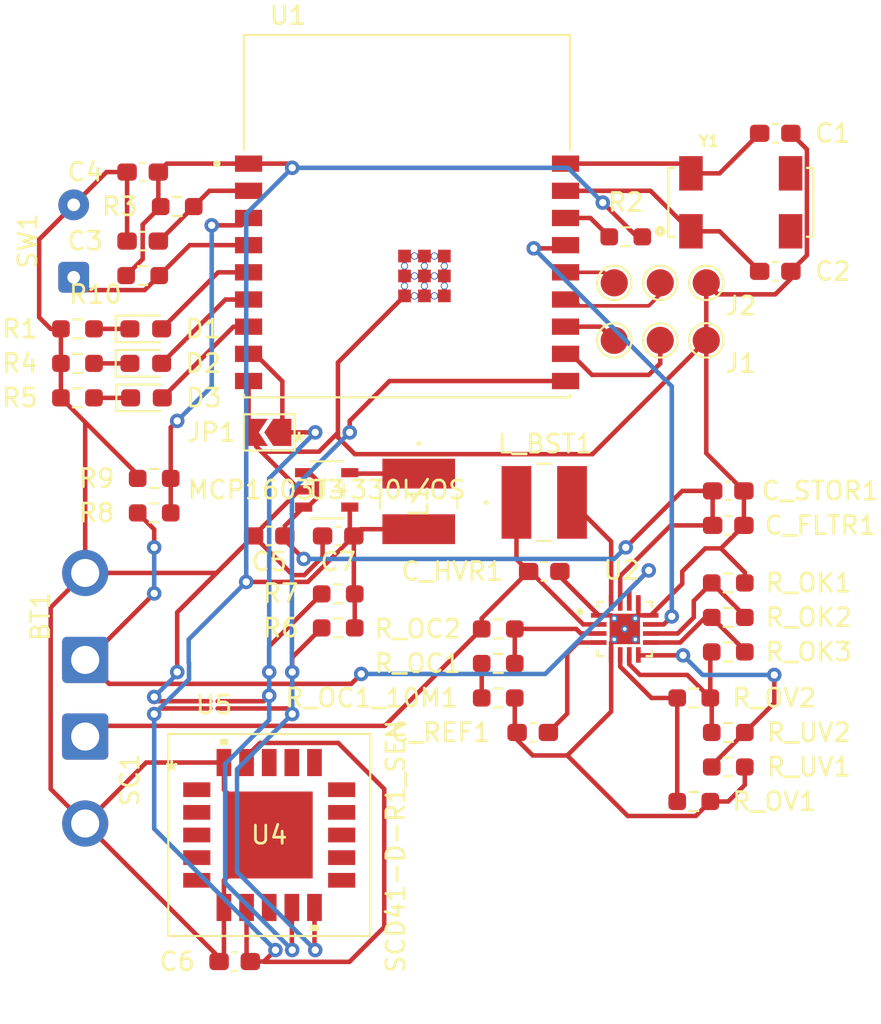
<source format=kicad_pcb>
(kicad_pcb (version 20211014) (generator pcbnew)

  (general
    (thickness 1.6)
  )

  (paper "A4")
  (layers
    (0 "F.Cu" signal)
    (31 "B.Cu" signal)
    (32 "B.Adhes" user "B.Adhesive")
    (33 "F.Adhes" user "F.Adhesive")
    (34 "B.Paste" user)
    (35 "F.Paste" user)
    (36 "B.SilkS" user "B.Silkscreen")
    (37 "F.SilkS" user "F.Silkscreen")
    (38 "B.Mask" user)
    (39 "F.Mask" user)
    (40 "Dwgs.User" user "User.Drawings")
    (41 "Cmts.User" user "User.Comments")
    (42 "Eco1.User" user "User.Eco1")
    (43 "Eco2.User" user "User.Eco2")
    (44 "Edge.Cuts" user)
    (45 "Margin" user)
    (46 "B.CrtYd" user "B.Courtyard")
    (47 "F.CrtYd" user "F.Courtyard")
    (48 "B.Fab" user)
    (49 "F.Fab" user)
    (50 "User.1" user)
    (51 "User.2" user)
    (52 "User.3" user)
    (53 "User.4" user)
    (54 "User.5" user)
    (55 "User.6" user)
    (56 "User.7" user)
    (57 "User.8" user)
    (58 "User.9" user)
  )

  (setup
    (stackup
      (layer "F.SilkS" (type "Top Silk Screen"))
      (layer "F.Paste" (type "Top Solder Paste"))
      (layer "F.Mask" (type "Top Solder Mask") (thickness 0.01))
      (layer "F.Cu" (type "copper") (thickness 0.035))
      (layer "dielectric 1" (type "core") (thickness 1.51) (material "FR4") (epsilon_r 4.5) (loss_tangent 0.02))
      (layer "B.Cu" (type "copper") (thickness 0.035))
      (layer "B.Mask" (type "Bottom Solder Mask") (thickness 0.01))
      (layer "B.Paste" (type "Bottom Solder Paste"))
      (layer "B.SilkS" (type "Bottom Silk Screen"))
      (copper_finish "None")
      (dielectric_constraints no)
    )
    (pad_to_mask_clearance 0)
    (pcbplotparams
      (layerselection 0x00010fc_ffffffff)
      (disableapertmacros false)
      (usegerberextensions false)
      (usegerberattributes true)
      (usegerberadvancedattributes true)
      (creategerberjobfile true)
      (svguseinch false)
      (svgprecision 6)
      (excludeedgelayer true)
      (plotframeref false)
      (viasonmask false)
      (mode 1)
      (useauxorigin false)
      (hpglpennumber 1)
      (hpglpenspeed 20)
      (hpglpendiameter 15.000000)
      (dxfpolygonmode true)
      (dxfimperialunits true)
      (dxfusepcbnewfont true)
      (psnegative false)
      (psa4output false)
      (plotreference true)
      (plotvalue true)
      (plotinvisibletext false)
      (sketchpadsonfab false)
      (subtractmaskfromsilk false)
      (outputformat 1)
      (mirror false)
      (drillshape 1)
      (scaleselection 1)
      (outputdirectory "")
    )
  )

  (net 0 "")
  (net 1 "VBAT")
  (net 2 "Net-(C1-Pad2)")
  (net 3 "Net-(C2-Pad2)")
  (net 4 "Net-(C3-Pad1)")
  (net 5 "Net-(C_REF1-Pad2)")
  (net 6 "Net-(D1-Pad1)")
  (net 7 "Net-(D1-Pad2)")
  (net 8 "Net-(D2-Pad1)")
  (net 9 "Net-(D2-Pad2)")
  (net 10 "Net-(D3-Pad1)")
  (net 11 "Net-(D3-Pad2)")
  (net 12 "Net-(J1-Pad2)")
  (net 13 "Net-(J1-Pad3)")
  (net 14 "D+")
  (net 15 "D-")
  (net 16 "SCL")
  (net 17 "Net-(R2-Pad2)")
  (net 18 "SDA")
  (net 19 "BATTMS")
  (net 20 "UINPUT")
  (net 21 "Net-(R_OC1-Pad1)")
  (net 22 "Net-(R_OC1-Pad2)")
  (net 23 "Net-(R_OK1-Pad1)")
  (net 24 "Net-(R_OK2-Pad1)")
  (net 25 "Net-(R_OK3-Pad1)")
  (net 26 "Net-(R_OV1-Pad1)")
  (net 27 "Net-(R_UV1-Pad1)")
  (net 28 "VBAT_OK")
  (net 29 "unconnected-(U4-Pad1)")
  (net 30 "unconnected-(U4-Pad2)")
  (net 31 "unconnected-(U4-Pad3)")
  (net 32 "unconnected-(U4-Pad4)")
  (net 33 "unconnected-(U4-Pad5)")
  (net 34 "unconnected-(U4-Pad8)")
  (net 35 "unconnected-(U4-Pad11)")
  (net 36 "unconnected-(U4-Pad12)")
  (net 37 "unconnected-(U4-Pad13)")
  (net 38 "unconnected-(U4-Pad14)")
  (net 39 "unconnected-(U4-Pad15)")
  (net 40 "unconnected-(U4-Pad16)")
  (net 41 "unconnected-(U4-Pad17)")
  (net 42 "unconnected-(U4-Pad18)")
  (net 43 "GND")
  (net 44 "+3V3")
  (net 45 "VSTORE")
  (net 46 "Net-(C_HVR1-Pad1)")
  (net 47 "Net-(L1-Pad1)")
  (net 48 "Net-(L_BST1-Pad2)")

  (footprint "MYLIB:MCP1603T" (layer "F.Cu") (at 123.825 91.44))

  (footprint "Resistor_SMD:R_0603_1608Metric_Pad0.98x0.95mm_HandSolder" (layer "F.Cu") (at 133.295 102.925))

  (footprint "Resistor_SMD:R_0603_1608Metric_Pad0.98x0.95mm_HandSolder" (layer "F.Cu") (at 145.995 98.48))

  (footprint "Resistor_SMD:R_0603_1608Metric_Pad0.98x0.95mm_HandSolder" (layer "F.Cu") (at 124.46 97.18))

  (footprint "Resistor_SMD:R_0603_1608Metric_Pad0.98x0.95mm_HandSolder" (layer "F.Cu") (at 144.09 102.925))

  (footprint "MYLIB:744031220" (layer "F.Cu") (at 128.905 92.075 -90))

  (footprint "MYLIB:744031220" (layer "F.Cu") (at 135.835 92.13))

  (footprint "MYLIB:MMC5603NJ" (layer "F.Cu") (at 117.602 103.305))

  (footprint "Resistor_SMD:R_0603_1608Metric_Pad0.98x0.95mm_HandSolder" (layer "F.Cu") (at 114.3 90.805))

  (footprint "Resistor_SMD:R_0603_1608Metric_Pad0.98x0.95mm_HandSolder" (layer "F.Cu") (at 140.335 77.47 180))

  (footprint "Connector_Wire:SolderWire-0.15sqmm_1x02_P4mm_D0.5mm_OD1.5mm" (layer "F.Cu") (at 109.855 79.705 90))

  (footprint "Resistor_SMD:R_0603_1608Metric_Pad0.98x0.95mm_HandSolder" (layer "F.Cu") (at 110.0625 86.36 180))

  (footprint "Resistor_SMD:R_0603_1608Metric_Pad0.98x0.95mm_HandSolder" (layer "F.Cu") (at 124.46 99.06))

  (footprint "Connector_Wire:SolderWire-0.75sqmm_1x02_P4.8mm_D1.25mm_OD2.3mm" (layer "F.Cu") (at 110.49 100.825 90))

  (footprint "Capacitor_SMD:C_0603_1608Metric_Pad1.08x0.95mm_HandSolder" (layer "F.Cu") (at 145.995 91.495))

  (footprint "MYLIB:TestPoint_Pad_3x1_D1.5mm" (layer "F.Cu") (at 139.7 80.01))

  (footprint "MYLIB:QFN50P300X300X100-17N" (layer "F.Cu") (at 140.28 99.115))

  (footprint "Resistor_SMD:R_0603_1608Metric_Pad0.98x0.95mm_HandSolder" (layer "F.Cu") (at 110.0625 84.455 180))

  (footprint "Resistor_SMD:R_0603_1608Metric_Pad0.98x0.95mm_HandSolder" (layer "F.Cu") (at 110.0625 82.55 180))

  (footprint "Resistor_SMD:R_0603_1608Metric_Pad0.98x0.95mm_HandSolder" (layer "F.Cu") (at 133.295 101.02 180))

  (footprint "Resistor_SMD:R_0603_1608Metric_Pad0.98x0.95mm_HandSolder" (layer "F.Cu") (at 133.295 99.115))

  (footprint "Capacitor_SMD:C_0603_1608Metric_Pad1.08x0.95mm_HandSolder" (layer "F.Cu") (at 145.995 93.4))

  (footprint "Resistor_SMD:R_0603_1608Metric_Pad0.98x0.95mm_HandSolder" (layer "F.Cu") (at 113.665 79.61))

  (footprint "MYLIB:TestPoint_Pad_3x1_D1.5mm" (layer "F.Cu") (at 144.78 83.185 180))

  (footprint "LED_SMD:LED_0603_1608Metric_Pad1.05x0.95mm_HandSolder" (layer "F.Cu") (at 113.835 84.455))

  (footprint "MYLIB:SCD41-D-R1" (layer "F.Cu") (at 120.65 110.49))

  (footprint "Capacitor_SMD:C_0603_1608Metric_Pad1.08x0.95mm_HandSolder" (layer "F.Cu") (at 124.46 93.98 180))

  (footprint "Resistor_SMD:R_0603_1608Metric_Pad0.98x0.95mm_HandSolder" (layer "F.Cu") (at 114.3 92.71 180))

  (footprint "Capacitor_SMD:C_0603_1608Metric_Pad1.08x0.95mm_HandSolder" (layer "F.Cu") (at 118.745 117.475 180))

  (footprint "Resistor_SMD:R_0603_1608Metric_Pad0.98x0.95mm_HandSolder" (layer "F.Cu") (at 145.995 104.83))

  (footprint "Resistor_SMD:R_0603_1608Metric_Pad0.98x0.95mm_HandSolder" (layer "F.Cu") (at 145.995 106.735))

  (footprint "Capacitor_SMD:C_0603_1608Metric_Pad1.08x0.95mm_HandSolder" (layer "F.Cu") (at 135.835 95.94))

  (footprint "Capacitor_SMD:C_0603_1608Metric_Pad1.08x0.95mm_HandSolder" (layer "F.Cu") (at 135.2 104.83))

  (footprint "Connector_Wire:SolderWire-0.75sqmm_1x02_P4.8mm_D1.25mm_OD2.3mm" (layer "F.Cu") (at 110.49 105.055 -90))

  (footprint "LED_SMD:LED_0603_1608Metric_Pad1.05x0.95mm_HandSolder" (layer "F.Cu") (at 113.835 82.55))

  (footprint "Resistor_SMD:R_0603_1608Metric_Pad0.98x0.95mm_HandSolder" (layer "F.Cu") (at 144.09 108.64))

  (footprint "Resistor_SMD:R_0603_1608Metric_Pad0.98x0.95mm_HandSolder" (layer "F.Cu") (at 145.995 96.575))

  (footprint "Resistor_SMD:R_0603_1608Metric_Pad0.98x0.95mm_HandSolder" (layer "F.Cu") (at 115.57 75.8 180))

  (footprint "LED_SMD:LED_0603_1608Metric_Pad1.05x0.95mm_HandSolder" (layer "F.Cu") (at 113.8725 86.36))

  (footprint "Capacitor_SMD:C_0603_1608Metric_Pad1.08x0.95mm_HandSolder" (layer "F.Cu") (at 120.65 93.98 180))

  (footprint "Capacitor_SMD:C_0603_1608Metric_Pad1.08x0.95mm_HandSolder" (layer "F.Cu") (at 148.59 71.755 180))

  (footprint "Capacitor_SMD:C_0603_1608Metric_Pad1.08x0.95mm_HandSolder" (layer "F.Cu") (at 113.665 77.705 180))

  (footprint "MYLIB:XTAL_ECS-.327-6-17X" (layer "F.Cu") (at 146.685 75.565))

  (footprint "MYLIB:MODULE_ESP32-C3-WROOM-02-H4" (layer "F.Cu")
    (tedit 622F55A8) (tstamp f3085058-b6dd-4a7e-aa4b-3da92c79f9b1)
    (at 128.26 76.33)
    (property "MANUFACTURER" "Espressif")
    (property "MAXIMUM_PACKAGE_HEIGHT" "3.35 mm")
    (property "PARTREV" "V1.0")
    (property "STANDARD" "Manufacturer Recommendations")
    (property "Sheetfile" "CO2_sense_v2.kicad_sch")
    (property "Sheetname" "")
    (path "/dc25b13e-9caf-408a-97e7-23b6bc53d938")
    (attr through_hole)
    (fp_text reference "U1" (at -6.575 -11.085) (layer "F.SilkS")
      (effects (font (size 1 1) (thickness 0.15)))
      (tstamp 8815e6fd-188a-47ce-81fc-f03522f4a1b3)
    )
    (fp_text value "ESP32-C3-WROOM-02-H4" (at 7.395 11.085) (layer "F.Fab")
      (effects (font (size 1 1) (thickness 0.15)))
      (tstamp 36a6dfb5-8b00-4ce5-92bb-cbd5235537b4)
    )
    (fp_line (start -9 -10) (end -9 -3.67) (layer "F.SilkS") (width 0.127) (tstamp 1ee6ffc9-643e-4bc6-8a13-6f8f301bc118))
    (fp_line (start 9 10) (end 9 9.87) (layer "F.SilkS") (width 0.127) (tstamp 5bfa7df7-eac7-4005-944a-d4a4b1d0caf2))
    (fp_line (start -9 10) (end -9 9.87) (layer "F.SilkS") (width 0.127) (tstamp afc76aea-1e74-47fb-9abe-b2184320a2eb))
    (fp_line (start 9 -3.67) (end 9 -10) (layer "F.SilkS") (width 0.127) (tstamp b6ed4256-0ea3-43ef-9464-271ca7dd8b55))
    (fp_line (start 9 -10) (end -9 -10) (layer "F.SilkS") (width 0.127) (tstamp c0f95590-e793-41b6-bbd0-9f0b43a527d5))
    (fp_line (start -9 10) (end 9 10) (layer "F.SilkS") (width 0.127) (tstamp fdfab7b4-e40e-4556-a98a-7d928dcbad0c))
    (fp_circle (center -10.5 -2.9) (end -10.4 -2.9) (layer "F.SilkS") (width 0.2) (fill none) (tstamp bdd9a5e9-4d85-478e-9303-0fa5a2e8fe84))
    (fp_poly (pts
        (xy -9 -10)
        (xy 9 -10)
        (xy 9 -4)
        (xy -9 -4)
      ) (layer "Dwgs.User") (width 0.01) (fill solid) (tstamp 19d5a6bd-515d-4069-8f76-3ffb54fdef9c))
    (fp_poly (pts
        (xy -9 -10)
        (xy 9 -10)
        (xy 9 -4)
        (xy -9 -4)
      ) (layer "Dwgs.User") (width 0.01) (fill solid) (tstamp 384d2e12-7e22-4e5d-8da9-e0fdc00235b1))
    (fp_poly (pts
        (xy -9 -10)
        (xy 9 -10)
        (xy 9 -4)
        (xy -9 -4)
      ) (layer "Dwgs.User") (width 0.01) (fill solid) (tstamp 94478981-a42f-4992-8cbc-deee6935b891))
    (fp_line (start -9.75 10.25) (end 9.75 10.25) (layer "F.CrtYd") (width 0.05) (tstamp 8bca5e94-c667-4281-92fa-71f1695716e2))
    (fp_line (start 9.75 10.25) (end 9.75 -10.25) (layer "F.CrtYd") (width 0.05) (tstamp 99c427bf-90ae-46fb-9a04-5614244f2e0c))
    (fp_line (start 9.75 -10.25) (end -9.75 -10.25) (layer "F.CrtYd") (width 0.05) (tstamp aa4320f4-097f-402c-a5c2-edc086c726cd))
    (fp_line (start -9.75 -10.25) (end -9.75 10.25) (layer "F.CrtYd") (width 0.05) (tstamp afb7c06e-11b7-4418-91c0-6177ae84accc))
    (fp_line (start -9 10) (end 9 10) (layer "F.Fab") (width 0.127) (tstamp 3595c881-3e0a-44a6-b24e-e6cc3653416e))
    (fp_line (start 9 -4) (end -9 -4) (layer "F.Fab") (width 0.127) (tstamp 9bd08c91-0071-4af4-9739-b08ab1b8640c))
    (fp_line (start -9 -4) (end -9 10) (layer "F.Fab") (width 0.127) (tstamp 9f68222e-2115-42dc-ad2e-9db55a08552c))
    (fp_line (start -9 -10) (end -9 -4) (layer "F.Fab") (width 0.127) (tstamp a4e6775f-5eda-434a-b64e-7c81a4d6dec4))
    (fp_line (start 9 10) (end 9 -4) (layer "F.Fab") (width 0.127) (tstamp db4bdfb2-01fa-4a72-8800-95acb7149242))
    (fp_line (start 9 -4) (end 9 -10) (layer "F.Fab") (width 0.127) (tstamp f213f4a5-7c12-4ad3-b96e-f6afa1894a4d))
    (fp_line (start 9 -10) (end -9 -10) (layer "F.Fab") (width 0.127) (tstamp f2195b67-a873-42fe-94a5-77a1fe6c9ca9))
    (fp_circle (center -10.5 -2.9) (end -10.4 -2.9) (layer "F.Fab") (width 0.2) (fill none) (tstamp 4cbb9c9e-e0df-462b-9560-00ba94b71409))
    (pad "1" smd rect (at -8.75 -2.9) (size 1.5 0.9) (layers "F.Cu" "F.Paste" "F.Mask")
      (net 44 "+3V3") (pinfunction "3V3") (pintype "power_in") (tstamp 69b975bd-2966-49e4-9cca-99ad0b1b915d))
    (pad "2" smd rect (at -8.75 -1.4) (size 1.5 0.9) (layers "F.Cu" "F.Paste" "F.Mask")
      (net 4 "Net-(C3-Pad1)") (pinfunction "EN") (pintype "input") (tstamp f8d19268-4cda-4507-85d8-f43b5ae03b23))
    (pad "3" smd rect (at -8.75 0.1) (size 1.5 0.9) (layers "F.Cu" "F.Paste" "F.Mask")
      (net 19 "BATTMS") (pinfunction "IO4") (pintype "bidirectional") (tstamp 05c44471-02ef-4abb-95e4-1fe8957a0f99))
    (pad "4" smd rect (at -8.75 1.6) (size 1.5 0.9) (layers "F.Cu" "F.Paste" "F.Mask")
      (net 20 "UINPUT") (pinfunction "IO5") (pintype "bidirectional") (tstamp a5ce1f62-bfc4-43c6-ad91-b8e425fd50a2))
    (pad "5" smd rect (at -8.75 3.1) (size 1.5 0.9) (layers "F.Cu" "F.Paste" "F.Mask")
      (net 7 "Net-(D1-Pad2)") (pinfunction "IO6") (pintype "bidirectional") (tstamp 33e3009d-36cd-43c3-aa99-919111b80209))
    (pad "6" smd rect (at -8.75 4.6) (size 1.5 0.9) (layers "F.Cu" "F.Paste" "F.Mask")
      (net 9 "Net-(D2-Pad2)") (pinfunction "IO7") (pintype "bidirectional") (tstamp af92242f-9e13-46bf-af96-428b3e7e09db))
    (pad "7" smd rect (at -8.75 6.1) (size 1.5 0.9) (layers "F.Cu" "F.Paste" "F.Mask")
      (net 11 "Net-(D3-Pad2)") (pinfunction "IO8") (pintype "bidirectional") (tstamp e1307716-fa2c-4e65-a53f-1258493aff87))
    (pad "8" smd rect (at -8.75 7.6) (size 1.5 0.9) (layers "F.Cu" "F.Paste" "F.Mask")
      (net 16 "SCL") (pinfunction "IO9") (pintype "bidirectional") (tstamp bcb48f57-2b0c-4bf4-a0ad-0f751a5190b3))
    (pad "9" smd rect (at -8.75 9.1) (size 1.5 0.9) (layers "F.Cu" "F.Paste" "F.Mask")
      (net 43 "GND") (pinfunction "GND") (pintype "power_in") (tstamp 6ad2fd8d-d670-488c-a94d-afd9ee986ae8))
    (pad "10" smd rect (at 8.75 9.1) (size 1.5 0.9) (layers "F.Cu" "F.Paste" "F.Mask")
      (net 18 "SDA") (pinfunction "IO10") (pintype "bidirectional") (tstamp b22bbe5c-d9d1-43d2-9512-118fe17af918))
    (pad "11" smd rect (at 8.75 7.6) (size 1.5 0.9) (layers "F.Cu" "F.Paste" "F.Mask")
      (net 12 "Net-(J1-Pad2)") (pinfunction "RXD") (pintype "bidirectional") (tstamp 3f173ecf-1bf6-4e66-b063-12494977bf63))
    (pad "12" smd rect (at 8.75 6.1) (size 1.5 0.9) (layers "F.Cu" "F.Paste" "F.Mask")
      (net 13 "Net-(J1-Pad3)") (pinfunction "TXD") (pintype "bidirectional") (tstamp 603c3fea-fe57-47c1-aad4-2978579dda8c))
    (pad "13" smd rect (at 8.75 4.6) (size 1.5 0.9) (layers "F.Cu" "F.Paste" "F.Mask")
      (net 15 "D-") (pinfunction "IO18") (pintype "bidirectional") (tstamp bf4aaeec-c259-4731-bf5a-51c41b12def5))
    (pad "14" smd rect (at 8.75 3.1) (size 1.5 0.9) (layers "F.Cu" "F.Paste" "F.Mask")
      (net 14 "D+") (pinfunction "IO19") (pintype "bidirectional") (tstamp 5717e954-2e3c-4f8a-83ba-cb76840b8c6e))
    (pad "15" smd rect (at 8.75 1.6) (size 1.5 0.9) (layers "F.Cu" "F.Paste" "F.Mask")
      (net 28 "VBAT_OK") (pinfunction "IO3") (pintype "bidirectional") (tstamp 8bbc4e8b-0d4b-4e13-860f-1ac5617ebfcc))
    (pad "16" smd rect (at 8.75 0.1) (size 1.5 0.9) (layers "F.Cu" "F.Paste" "F.Mask")
      (net 17 "Net-(R2-Pad2)") (pinfunction "IO2") (pin
... [65377 chars truncated]
</source>
